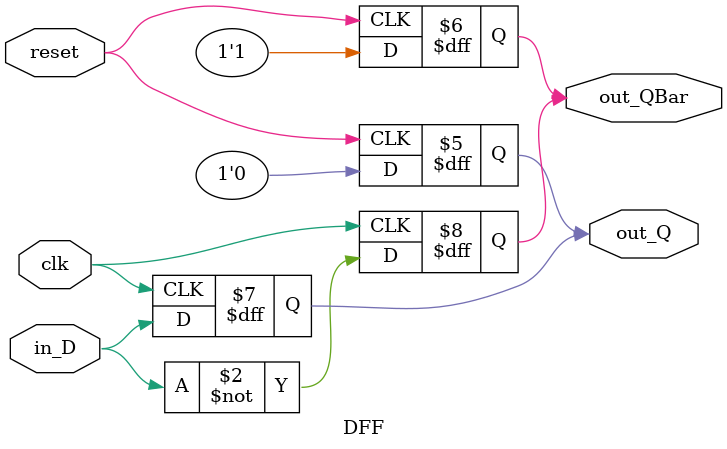
<source format=v>
`timescale 1ns / 1ps
module DFF(
    input wire in_D,
    input wire clk,
	 input wire reset,
    output reg out_Q,
    output reg out_QBar
    );

	initial begin
		$display ("D FLIP FLOP Running");
	end
	
	always @(posedge clk) begin	// At positive edge of clock
		out_Q = in_D;					// Q = D and
		out_QBar = ~in_D;				// QBar = ~D
	end
	
	always @(posedge reset) begin	// At positive edge of reset
		out_Q = 0;						// Q = 0 and
		out_QBar = 1;					// QBar = 1
	end

endmodule

</source>
